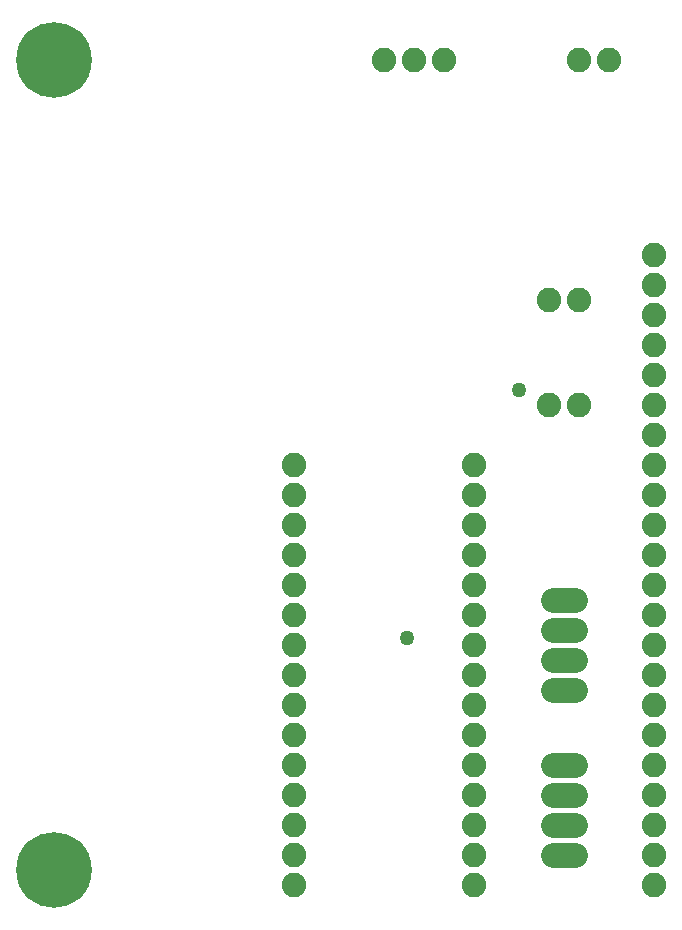
<source format=gbr>
G04 EAGLE Gerber RS-274X export*
G75*
%MOMM*%
%FSLAX34Y34*%
%LPD*%
%INSoldermask Top*%
%IPPOS*%
%AMOC8*
5,1,8,0,0,1.08239X$1,22.5*%
G01*
%ADD10C,2.082800*%
%ADD11C,2.082800*%
%ADD12C,6.400800*%
%ADD13C,1.270000*%


D10*
X279400Y393700D03*
X279400Y368300D03*
X279400Y342900D03*
X279400Y317500D03*
X279400Y292100D03*
X279400Y266700D03*
X279400Y241300D03*
X279400Y215900D03*
X279400Y190500D03*
X279400Y165100D03*
X279400Y139700D03*
X279400Y114300D03*
X279400Y88900D03*
X279400Y63500D03*
X279400Y38100D03*
X431800Y38100D03*
X431800Y63500D03*
X431800Y88900D03*
X431800Y114300D03*
X431800Y139700D03*
X431800Y165100D03*
X431800Y190500D03*
X431800Y215900D03*
X431800Y241300D03*
X431800Y266700D03*
X431800Y292100D03*
X431800Y317500D03*
X431800Y342900D03*
X431800Y368300D03*
X431800Y393700D03*
D11*
X498602Y63500D02*
X517398Y63500D01*
X517398Y88900D02*
X498602Y88900D01*
X498602Y114300D02*
X517398Y114300D01*
X517398Y139700D02*
X498602Y139700D01*
X498602Y203200D02*
X517398Y203200D01*
X517398Y228600D02*
X498602Y228600D01*
X498602Y254000D02*
X517398Y254000D01*
X517398Y279400D02*
X498602Y279400D01*
D10*
X355600Y736600D03*
X381000Y736600D03*
X406400Y736600D03*
X520700Y736600D03*
X546100Y736600D03*
D12*
X76200Y50800D03*
X76200Y736600D03*
D10*
X584200Y38100D03*
X584200Y63500D03*
X584200Y88900D03*
X584200Y114300D03*
X584200Y139700D03*
X584200Y165100D03*
X584200Y190500D03*
X584200Y215900D03*
X584200Y241300D03*
X584200Y266700D03*
X584200Y292100D03*
X584200Y317500D03*
X584200Y342900D03*
X584200Y368300D03*
X584200Y393700D03*
X584200Y419100D03*
X584200Y444500D03*
X584200Y469900D03*
X584200Y495300D03*
X584200Y520700D03*
X584200Y546100D03*
X584200Y571500D03*
X495300Y533400D03*
X520700Y533400D03*
X495300Y444500D03*
X520700Y444500D03*
D13*
X469900Y457200D03*
X374650Y247650D03*
M02*

</source>
